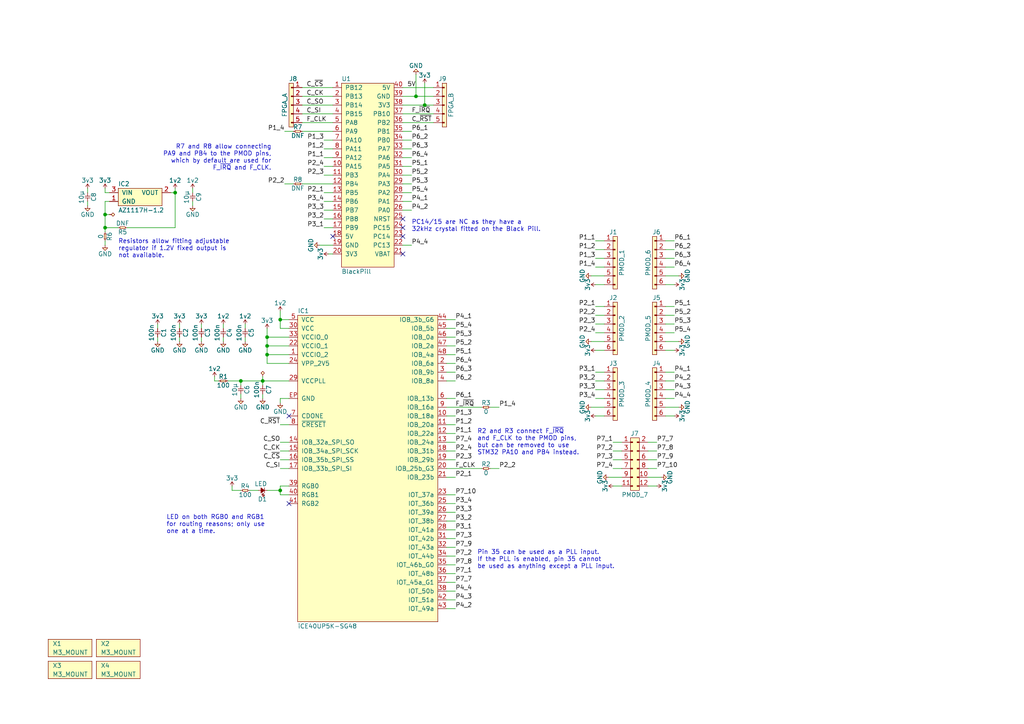
<source format=kicad_sch>
(kicad_sch (version 20230121) (generator eeschema)
  (paper "A4")
  (title_block (title "iCE Pill") (date "2020-11-07") (rev "1") (comment 1 "Drawn by: AG") (comment 2 "License: CC0"))
  (lib_symbols
    (symbol "blackpill:BlackPill" (pin_names (offset 1.016))
      (property "Reference" "IC" (at -7.62 27.94 0))
      (property "Value" "BlackPill" (at -7.62 -27.94 0))
      (symbol "BlackPill_0_0"
        (pin bidirectional line (at -10.16 25.4 0) (length 2.54) (name "PB12") (number "1"))
        (pin bidirectional line (at -10.16 2.54 0) (length 2.54) (name "PA15") (number "10"))
        (pin bidirectional line (at -10.16 0 0) (length 2.54) (name "PB3") (number "11"))
        (pin bidirectional line (at -10.16 -2.54 0) (length 2.54) (name "PB4") (number "12"))
        (pin bidirectional line (at -10.16 -5.08 0) (length 2.54) (name "PB5") (number "13"))
        (pin bidirectional line (at -10.16 -7.62 0) (length 2.54) (name "PB6") (number "14"))
        (pin bidirectional line (at -10.16 -10.16 0) (length 2.54) (name "PB7") (number "15"))
        (pin bidirectional line (at -10.16 -12.7 0) (length 2.54) (name "PB8") (number "16"))
        (pin bidirectional line (at -10.16 -15.24 0) (length 2.54) (name "PB9") (number "17"))
        (pin passive line (at -10.16 -17.78 0) (length 2.54) (name "5V") (number "18"))
        (pin passive line (at -10.16 -20.32 0) (length 2.54) (name "GND") (number "19"))
        (pin bidirectional line (at -10.16 22.86 0) (length 2.54) (name "PB13") (number "2"))
        (pin passive line (at -10.16 -22.86 0) (length 2.54) (name "3V3") (number "20"))
        (pin power_in line (at 10.16 -22.86 180) (length 2.54) (name "VBAT") (number "21"))
        (pin bidirectional line (at 10.16 -20.32 180) (length 2.54) (name "PC13") (number "22"))
        (pin bidirectional line (at 10.16 -17.78 180) (length 2.54) (name "PC14") (number "23"))
        (pin bidirectional line (at 10.16 -15.24 180) (length 2.54) (name "PC15") (number "24"))
        (pin input line (at 10.16 -12.7 180) (length 2.54) (name "NRST") (number "25"))
        (pin bidirectional line (at 10.16 -10.16 180) (length 2.54) (name "PA0") (number "26"))
        (pin bidirectional line (at 10.16 -7.62 180) (length 2.54) (name "PA1") (number "27"))
        (pin bidirectional line (at 10.16 -5.08 180) (length 2.54) (name "PA2") (number "28"))
        (pin bidirectional line (at 10.16 -2.54 180) (length 2.54) (name "PA3") (number "29"))
        (pin bidirectional line (at -10.16 20.32 0) (length 2.54) (name "PB14") (number "3"))
        (pin bidirectional line (at 10.16 0 180) (length 2.54) (name "PA4") (number "30"))
        (pin bidirectional line (at 10.16 2.54 180) (length 2.54) (name "PA5") (number "31"))
        (pin bidirectional line (at 10.16 5.08 180) (length 2.54) (name "PA6") (number "32"))
        (pin bidirectional line (at 10.16 7.62 180) (length 2.54) (name "PA7") (number "33"))
        (pin bidirectional line (at 10.16 10.16 180) (length 2.54) (name "PB0") (number "34"))
        (pin bidirectional line (at 10.16 12.7 180) (length 2.54) (name "PB1") (number "35"))
        (pin bidirectional line (at 10.16 15.24 180) (length 2.54) (name "PB2") (number "36"))
        (pin bidirectional line (at 10.16 17.78 180) (length 2.54) (name "PB10") (number "37"))
        (pin power_out line (at 10.16 20.32 180) (length 2.54) (name "3V3") (number "38"))
        (pin power_out line (at 10.16 22.86 180) (length 2.54) (name "GND") (number "39"))
        (pin bidirectional line (at -10.16 17.78 0) (length 2.54) (name "PB15") (number "4"))
        (pin passive line (at 10.16 25.4 180) (length 2.54) (name "5V") (number "40"))
        (pin bidirectional line (at -10.16 15.24 0) (length 2.54) (name "PA8") (number "5"))
        (pin bidirectional line (at -10.16 12.7 0) (length 2.54) (name "PA9") (number "6"))
        (pin bidirectional line (at -10.16 10.16 0) (length 2.54) (name "PA10") (number "7"))
        (pin bidirectional line (at -10.16 7.62 0) (length 2.54) (name "PA11") (number "8"))
        (pin bidirectional line (at -10.16 5.08 0) (length 2.54) (name "PA12") (number "9"))
      )
      (symbol "BlackPill_0_1"
        (rectangle (start -7.62 26.67) (end 7.62 -26.67) (fill (type background)))
      )
    )
    (symbol "c:C" (pin_numbers hide) (pin_names (offset 1.016) hide)
      (property "Reference" "C" (at 1.27 1.778 0))
      (property "Value" "C" (at 1.27 -1.778 0))
      (symbol "C_0_1"
        (polyline (pts (xy 1.016 0.762) (xy 1.016 -0.762)))
        (polyline (pts (xy 1.524 0.762) (xy 1.524 -0.762)))
      )
      (symbol "C_1_1"
        (pin passive line (at 0 0 0) (length 1.016) (name "~") (number "1"))
        (pin passive line (at 2.54 0 180) (length 1.016) (name "~") (number "2"))
      )
    )
    (symbol "conn:CONN_01x05" (pin_names (offset 0.0254) hide)
      (property "Reference" "J" (at -1.27 2.54 0))
      (property "Value" "CONN_01x05" (at -1.27 -12.7 0))
      (symbol "CONN_01x05_0_1"
        (rectangle (start 0 -10.033) (end -0.635 -10.287) (fill (type outline)))
        (rectangle (start 0 -7.493) (end -0.635 -7.747) (fill (type outline)))
        (rectangle (start 0 -4.953) (end -0.635 -5.207) (fill (type outline)))
        (rectangle (start 0 -2.413) (end -0.635 -2.667) (fill (type outline)))
        (rectangle (start 0 0.127) (end -0.635 -0.127) (fill (type outline)))
        (rectangle (start 0 1.27) (end -1.27 -11.43) (fill (type background)))
      )
      (symbol "CONN_01x05_1_1"
        (pin passive line (at 2.54 0 180) (length 2.54) (name "1") (number "1"))
        (pin passive line (at 2.54 -2.54 180) (length 2.54) (name "2") (number "2"))
        (pin passive line (at 2.54 -5.08 180) (length 2.54) (name "3") (number "3"))
        (pin passive line (at 2.54 -7.62 180) (length 2.54) (name "4") (number "4"))
        (pin passive line (at 2.54 -10.16 180) (length 2.54) (name "5") (number "5"))
      )
    )
    (symbol "conn:CONN_01x06" (pin_names (offset 0.0254) hide)
      (property "Reference" "J" (at -1.27 2.54 0))
      (property "Value" "CONN_01x06" (at -1.27 -15.24 0))
      (symbol "CONN_01x06_0_1"
        (rectangle (start 0 -12.573) (end -0.635 -12.827) (fill (type outline)))
        (rectangle (start 0 -10.033) (end -0.635 -10.287) (fill (type outline)))
        (rectangle (start 0 -7.493) (end -0.635 -7.747) (fill (type outline)))
        (rectangle (start 0 -4.953) (end -0.635 -5.207) (fill (type outline)))
        (rectangle (start 0 -2.413) (end -0.635 -2.667) (fill (type outline)))
        (rectangle (start 0 0.127) (end -0.635 -0.127) (fill (type outline)))
        (rectangle (start 0 1.27) (end -1.27 -13.97) (fill (type background)))
      )
      (symbol "CONN_01x06_1_1"
        (pin passive line (at 2.54 0 180) (length 2.54) (name "1") (number "1"))
        (pin passive line (at 2.54 -2.54 180) (length 2.54) (name "2") (number "2"))
        (pin passive line (at 2.54 -5.08 180) (length 2.54) (name "3") (number "3"))
        (pin passive line (at 2.54 -7.62 180) (length 2.54) (name "4") (number "4"))
        (pin passive line (at 2.54 -10.16 180) (length 2.54) (name "5") (number "5"))
        (pin passive line (at 2.54 -12.7 180) (length 2.54) (name "6") (number "6"))
      )
    )
    (symbol "conn:CONN_02x06" (pin_names (offset 0.0254) hide)
      (property "Reference" "J" (at -2.54 2.54 0))
      (property "Value" "CONN_02x06" (at -2.54 -15.24 0))
      (symbol "CONN_02x06_0_1"
        (rectangle (start -2.54 -12.573) (end -1.905 -12.827) (fill (type outline)))
        (rectangle (start -2.54 -10.033) (end -1.905 -10.287) (fill (type outline)))
        (rectangle (start -2.54 -7.493) (end -1.905 -7.747) (fill (type outline)))
        (rectangle (start -2.54 -4.953) (end -1.905 -5.207) (fill (type outline)))
        (rectangle (start -2.54 -2.413) (end -1.905 -2.667) (fill (type outline)))
        (rectangle (start -2.54 0.127) (end -1.905 -0.127) (fill (type outline)))
        (rectangle (start 0 -12.573) (end -0.635 -12.827) (fill (type outline)))
        (rectangle (start 0 -10.033) (end -0.635 -10.287) (fill (type outline)))
        (rectangle (start 0 -7.493) (end -0.635 -7.747) (fill (type outline)))
        (rectangle (start 0 -4.953) (end -0.635 -5.207) (fill (type outline)))
        (rectangle (start 0 -2.413) (end -0.635 -2.667) (fill (type outline)))
        (rectangle (start 0 0.127) (end -0.635 -0.127) (fill (type outline)))
        (rectangle (start 0 1.27) (end -2.54 -13.97) (fill (type background)))
      )
      (symbol "CONN_02x06_1_1"
        (pin passive line (at -5.08 0 0) (length 2.54) (name "1") (number "1"))
        (pin passive line (at 2.54 -10.16 180) (length 2.54) (name "10") (number "10"))
        (pin passive line (at -5.08 -12.7 0) (length 2.54) (name "11") (number "11"))
        (pin passive line (at 2.54 -12.7 180) (length 2.54) (name "12") (number "12"))
        (pin passive line (at 2.54 0 180) (length 2.54) (name "2") (number "2"))
        (pin passive line (at -5.08 -2.54 0) (length 2.54) (name "3") (number "3"))
        (pin passive line (at 2.54 -2.54 180) (length 2.54) (name "4") (number "4"))
        (pin passive line (at -5.08 -5.08 0) (length 2.54) (name "5") (number "5"))
        (pin passive line (at 2.54 -5.08 180) (length 2.54) (name "6") (number "6"))
        (pin passive line (at -5.08 -7.62 0) (length 2.54) (name "7") (number "7"))
        (pin passive line (at 2.54 -7.62 180) (length 2.54) (name "8") (number "8"))
        (pin passive line (at -5.08 -10.16 0) (length 2.54) (name "9") (number "9"))
      )
    )
    (symbol "ice40up5k-sg48:iCE40UP5K-SG48" (pin_names (offset 1.016))
      (property "Reference" "IC" (at -20.32 45.72 0))
      (property "Value" "iCE40UP5K-SG48" (at -20.32 -45.72 0))
      (symbol "iCE40UP5K-SG48_0_0"
        (pin power_in line (at -22.86 33.02 0) (length 2.54) (name "VCCIO_2") (number "1"))
        (pin bidirectional line (at 22.86 15.24 180) (length 2.54) (name "IOB_18a") (number "10"))
        (pin bidirectional line (at 22.86 12.7 180) (length 2.54) (name "IOB_20a") (number "11"))
        (pin bidirectional line (at 22.86 10.16 180) (length 2.54) (name "IOB_22a") (number "12"))
        (pin bidirectional line (at 22.86 7.62 180) (length 2.54) (name "IOB_24a") (number "13"))
        (pin bidirectional line (at -22.86 7.62 0) (length 2.54) (name "IOB_32a_SPI_SO") (number "14"))
        (pin bidirectional line (at -22.86 5.08 0) (length 2.54) (name "IOB_34a_SPI_SCK") (number "15"))
        (pin bidirectional line (at -22.86 2.54 0) (length 2.54) (name "IOB_35b_SPI_SS") (number "16"))
        (pin bidirectional line (at -22.86 0 0) (length 2.54) (name "IOB_33b_SPI_SI") (number "17"))
        (pin bidirectional line (at 22.86 5.08 180) (length 2.54) (name "IOB_31b") (number "18"))
        (pin bidirectional line (at 22.86 2.54 180) (length 2.54) (name "IOB_29b") (number "19"))
        (pin bidirectional line (at 22.86 30.48 180) (length 2.54) (name "IOB_6a") (number "2"))
        (pin bidirectional line (at 22.86 0 180) (length 2.54) (name "IOB_25b_G3") (number "20"))
        (pin bidirectional line (at 22.86 -2.54 180) (length 2.54) (name "IOB_23b") (number "21"))
        (pin power_in line (at -22.86 35.56 0) (length 2.54) (name "VCCIO_1") (number "22"))
        (pin bidirectional line (at 22.86 -7.62 180) (length 2.54) (name "IOT_37a") (number "23"))
        (pin power_in line (at -22.86 30.48 0) (length 2.54) (name "VPP_2V5") (number "24"))
        (pin bidirectional line (at 22.86 -10.16 180) (length 2.54) (name "IOT_36b") (number "25"))
        (pin bidirectional line (at 22.86 -12.7 180) (length 2.54) (name "IOT_39a") (number "26"))
        (pin bidirectional line (at 22.86 -15.24 180) (length 2.54) (name "IOT_38b") (number "27"))
        (pin bidirectional line (at 22.86 -17.78 180) (length 2.54) (name "IOT_41a") (number "28"))
        (pin power_in line (at -22.86 25.4 0) (length 2.54) (name "VCCPLL") (number "29"))
        (pin bidirectional line (at 22.86 27.94 180) (length 2.54) (name "IOB_9b") (number "3"))
        (pin power_in line (at -22.86 40.64 0) (length 2.54) (name "VCC") (number "30"))
        (pin bidirectional line (at 22.86 -20.32 180) (length 2.54) (name "IOT_42b") (number "31"))
        (pin bidirectional line (at 22.86 -22.86 180) (length 2.54) (name "IOT_43a") (number "32"))
        (pin power_in line (at -22.86 38.1 0) (length 2.54) (name "VCCIO_0") (number "33"))
        (pin bidirectional line (at 22.86 -25.4 180) (length 2.54) (name "IOT_44b") (number "34"))
        (pin bidirectional line (at 22.86 -27.94 180) (length 2.54) (name "IOT_46b_G0") (number "35"))
        (pin bidirectional line (at 22.86 -30.48 180) (length 2.54) (name "IOT_48b") (number "36"))
        (pin bidirectional line (at 22.86 -33.02 180) (length 2.54) (name "IOT_45a_G1") (number "37"))
        (pin bidirectional line (at 22.86 -35.56 180) (length 2.54) (name "IOT_50b") (number "38"))
        (pin bidirectional line (at -22.86 -5.08 0) (length 2.54) (name "RGB0") (number "39"))
        (pin bidirectional line (at 22.86 25.4 180) (length 2.54) (name "IOB_8a") (number "4"))
        (pin bidirectional line (at -22.86 -7.62 0) (length 2.54) (name "RGB1") (number "40"))
        (pin bidirectional line (at -22.86 -10.16 0) (length 2.54) (name "RGB2") (number "41"))
        (pin bidirectional line (at 22.86 -38.1 180) (length 2.54) (name "IOT_51a") (number "42"))
        (pin bidirectional line (at 22.86 -40.64 180) (length 2.54) (name "IOT_49a") (number "43"))
        (pin bidirectional line (at 22.86 43.18 180) (length 2.54) (name "IOB_3b_G6") (number "44"))
        (pin bidirectional line (at 22.86 40.64 180) (length 2.54) (name "IOB_5b") (number "45"))
        (pin bidirectional line (at 22.86 38.1 180) (length 2.54) (name "IOB_0a") (number "46"))
        (pin bidirectional line (at 22.86 35.56 180) (length 2.54) (name "IOB_2a") (number "47"))
        (pin bidirectional line (at 22.86 33.02 180) (length 2.54) (name "IOB_4a") (number "48"))
        (pin power_in line (at -22.86 43.18 0) (length 2.54) (name "VCC") (number "5"))
        (pin bidirectional line (at 22.86 20.32 180) (length 2.54) (name "IOB_13b") (number "6"))
        (pin output line (at -22.86 15.24 0) (length 2.54) (name "CDONE") (number "7"))
        (pin input line (at -22.86 12.7 0) (length 2.54) (name "~{CRESET}") (number "8"))
        (pin bidirectional line (at 22.86 17.78 180) (length 2.54) (name "IOB_16a") (number "9"))
        (pin power_in line (at -22.86 20.32 0) (length 2.54) (name "GND") (number "EP"))
      )
      (symbol "iCE40UP5K-SG48_0_1"
        (rectangle (start -20.32 44.45) (end 20.32 -44.45) (fill (type background)))
      )
    )
    (symbol "led:LED" (pin_numbers hide) (pin_names (offset 1.016) hide)
      (property "Reference" "D" (at 0 2.54 0))
      (property "Value" "LED" (at 0 -1.905 0))
      (symbol "LED_0_1"
        (polyline (pts (xy 0.762 0.762) (xy 0.762 -0.762)))
        (polyline (pts (xy 0.762 0) (xy 1.778 0.762) (xy 1.778 -0.762) (xy 0.762 0)) (fill (type outline)))
        (polyline (pts (xy 1.524 1.016) (xy 1.27 1.27) (xy 1.524 1.27) (xy 1.016 1.778) (xy 1.016 1.524) (xy 1.27 1.778) (xy 1.016 1.778)))
        (polyline (pts (xy 1.27 0.762) (xy 1.016 1.016) (xy 1.27 1.016) (xy 1.016 1.27) (xy 0.762 1.524) (xy 0.762 1.27) (xy 1.016 1.524) (xy 0.762 1.524)))
      )
      (symbol "LED_1_1"
        (pin passive line (at 0 0 0) (length 0.762) (name "~") (number "1"))
        (pin passive line (at 2.54 0 180) (length 0.762) (name "~") (number "2"))
      )
    )
    (symbol "mcp1700:MCP1700" (pin_names (offset 1.016))
      (property "Reference" "IC" (at -5.08 2.54 0))
      (property "Value" "MCP1700" (at -5.08 -5.08 0))
      (symbol "MCP1700_0_1"
        (rectangle (start -5.08 1.27) (end 7.62 -3.81) (fill (type background)))
      )
      (symbol "MCP1700_1_1"
        (pin power_in line (at -7.62 -2.54 0) (length 2.54) (name "GND") (number "1"))
        (pin power_out line (at 10.16 0 180) (length 2.54) (name "VOUT") (number "2"))
        (pin power_in line (at -7.62 0 0) (length 2.54) (name "VIN") (number "3"))
      )
    )
    (symbol "part:PART" (pin_names (offset 1.016))
      (property "Reference" "X" (at 1.27 2.54 0))
      (property "Value" "PART" (at 1.27 0 0))
      (symbol "PART_0_1"
        (rectangle (start 0 3.81) (end 12.7 -1.27) (fill (type background)))
      )
    )
    (symbol "power:1v2" (power) (pin_numbers hide) (pin_names (offset 1.016) hide)
      (property "Value" "1v2" (at 0 2.286 0))
      (symbol "1v2_0_1"
        (polyline (pts (xy 0 1.27) (xy 0.508 0.508)))
        (polyline (pts (xy 0 0) (xy 0 1.27) (xy -0.508 0.508)))
      )
      (symbol "1v2_1_1"
        (pin power_in line (at 0 0 180) (length 0) hide (name "1v2") (number "1"))
      )
    )
    (symbol "power:3v3" (power) (pin_numbers hide) (pin_names (offset 1.016) hide)
      (property "Value" "3v3" (at 0 2.286 0))
      (symbol "3v3_0_1"
        (polyline (pts (xy 0 1.27) (xy 0.508 0.508)))
        (polyline (pts (xy 0 0) (xy 0 1.27) (xy -0.508 0.508)))
      )
      (symbol "3v3_1_1"
        (pin power_in line (at 0 0 180) (length 0) hide (name "3v3") (number "1"))
      )
    )
    (symbol "power:GND" (power) (pin_numbers hide) (pin_names (offset 1.016) hide)
      (property "Value" "GND" (at 0 -2.54 0))
      (symbol "GND_0_1"
        (polyline (pts (xy 0 0) (xy 0 -0.762)))
        (polyline (pts (xy -0.762 -0.762) (xy 0.762 -0.762) (xy 0 -1.524) (xy -0.762 -0.762)) (fill (type background)))
      )
      (symbol "GND_1_1"
        (pin power_in line (at 0 0 180) (length 0) hide (name "GND") (number "1"))
      )
    )
    (symbol "pwr:PWR" (power) (pin_numbers hide) (pin_names (offset 1.016) hide)
      (property "Value" "PWR" (at 0 2.286 0))
      (symbol "PWR_0_1"
        (polyline (pts (xy 0 0.508) (xy -0.508 1.016) (xy 0 1.524) (xy 0.508 1.016) (xy 0 0.508)) (fill (type background)))
      )
      (symbol "PWR_1_1"
        (pin power_out line (at 0 0 90) (length 0.508) (name "pwr") (number "1"))
      )
    )
    (symbol "r:R" (pin_numbers hide) (pin_names (offset 1.016) hide)
      (property "Reference" "R" (at 1.27 1.27 0))
      (property "Value" "R" (at 1.27 -1.27 0))
      (symbol "R_0_1"
        (rectangle (start 0.508 0.254) (end 2.032 -0.254) (fill (type background)))
      )
      (symbol "R_1_1"
        (pin passive line (at 0 0 0) (length 0.508) (name "~") (number "1"))
        (pin passive line (at 2.54 0 180) (length 0.508) (name "~") (number "2"))
      )
    )
  )
  (junction (at 81.28 142.24))
  (junction (at 123.19 30.48))
  (junction (at 120.65 27.94))
  (junction (at 77.47 97.79))
  (junction (at 81.28 92.71))
  (junction (at 69.85 110.49))
  (junction (at 50.8 55.88))
  (junction (at 77.47 102.87))
  (junction (at 76.2 110.49))
  (junction (at 30.48 62.23))
  (junction (at 77.47 100.33))
  (junction (at 30.48 66.04))
  (no_connect (at 116.84 68.58))
  (no_connect (at 96.52 68.58))
  (no_connect (at 116.84 73.66))
  (no_connect (at 116.84 66.04))
  (no_connect (at 83.82 120.65))
  (no_connect (at 83.82 146.05))
  (no_connect (at 116.84 63.5))
  (wire (pts (xy 195.58 91.44) (xy 193.04 91.44)))
  (wire (pts (xy 132.08 173.99) (xy 129.54 173.99)))
  (wire (pts (xy 129.54 100.33) (xy 132.08 100.33)))
  (wire (pts (xy 193.04 74.93) (xy 195.58 74.93)))
  (wire (pts (xy 76.2 115.57) (xy 76.2 114.3)))
  (wire (pts (xy 58.42 99.06) (xy 58.42 97.79)))
  (wire (pts (xy 93.98 43.18) (xy 96.52 43.18)))
  (wire (pts (xy 95.25 73.66) (xy 96.52 73.66)))
  (wire (pts (xy 62.23 109.22) (xy 62.23 110.49)))
  (wire (pts (xy 132.08 161.29) (xy 129.54 161.29)))
  (wire (pts (xy 50.8 66.04) (xy 50.8 55.88)))
  (wire (pts (xy 30.48 62.23) (xy 30.48 66.04)))
  (wire (pts (xy 116.84 60.96) (xy 119.38 60.96)))
  (wire (pts (xy 87.63 30.48) (xy 96.52 30.48)))
  (wire (pts (xy 129.54 151.13) (xy 132.08 151.13)))
  (wire (pts (xy 83.82 133.35) (xy 81.28 133.35)))
  (wire (pts (xy 83.82 140.97) (xy 81.28 140.97)))
  (wire (pts (xy 187.96 130.81) (xy 190.5 130.81)))
  (wire (pts (xy 30.48 58.42) (xy 30.48 62.23)))
  (wire (pts (xy 129.54 133.35) (xy 132.08 133.35)))
  (wire (pts (xy 191.77 138.43) (xy 187.96 138.43)))
  (wire (pts (xy 116.84 40.64) (xy 119.38 40.64)))
  (wire (pts (xy 132.08 158.75) (xy 129.54 158.75)))
  (wire (pts (xy 196.85 99.06) (xy 193.04 99.06)))
  (wire (pts (xy 187.96 133.35) (xy 190.5 133.35)))
  (wire (pts (xy 132.08 128.27) (xy 129.54 128.27)))
  (wire (pts (xy 177.8 133.35) (xy 180.34 133.35)))
  (wire (pts (xy 83.82 100.33) (xy 77.47 100.33)))
  (wire (pts (xy 175.26 93.98) (xy 172.72 93.98)))
  (wire (pts (xy 116.84 53.34) (xy 119.38 53.34)))
  (wire (pts (xy 77.47 97.79) (xy 77.47 100.33)))
  (wire (pts (xy 77.47 95.25) (xy 77.47 97.79)))
  (wire (pts (xy 195.58 110.49) (xy 193.04 110.49)))
  (wire (pts (xy 129.54 118.11) (xy 139.7 118.11)))
  (wire (pts (xy 116.84 38.1) (xy 119.38 38.1)))
  (wire (pts (xy 30.48 71.12) (xy 30.48 69.85)))
  (wire (pts (xy 49.53 55.88) (xy 50.8 55.88)))
  (wire (pts (xy 193.04 77.47) (xy 195.58 77.47)))
  (wire (pts (xy 81.28 123.19) (xy 83.82 123.19)))
  (wire (pts (xy 116.84 45.72) (xy 119.38 45.72)))
  (wire (pts (xy 193.04 93.98) (xy 195.58 93.98)))
  (wire (pts (xy 129.54 102.87) (xy 132.08 102.87)))
  (wire (pts (xy 67.31 142.24) (xy 69.85 142.24)))
  (wire (pts (xy 93.98 60.96) (xy 96.52 60.96)))
  (wire (pts (xy 55.88 58.42) (xy 55.88 59.69)))
  (wire (pts (xy 132.08 168.91) (xy 129.54 168.91)))
  (wire (pts (xy 193.04 107.95) (xy 195.58 107.95)))
  (wire (pts (xy 129.54 95.25) (xy 132.08 95.25)))
  (wire (pts (xy 193.04 115.57) (xy 195.58 115.57)))
  (wire (pts (xy 52.07 97.79) (xy 52.07 99.06)))
  (wire (pts (xy 83.82 135.89) (xy 81.28 135.89)))
  (wire (pts (xy 123.19 24.13) (xy 123.19 30.48)))
  (wire (pts (xy 45.72 99.06) (xy 45.72 97.79)))
  (wire (pts (xy 132.08 120.65) (xy 129.54 120.65)))
  (wire (pts (xy 71.12 93.98) (xy 71.12 95.25)))
  (wire (pts (xy 77.47 100.33) (xy 77.47 102.87)))
  (wire (pts (xy 176.53 138.43) (xy 180.34 138.43)))
  (wire (pts (xy 82.55 53.34) (xy 85.09 53.34)))
  (wire (pts (xy 190.5 140.97) (xy 187.96 140.97)))
  (wire (pts (xy 195.58 120.65) (xy 193.04 120.65)))
  (wire (pts (xy 129.54 107.95) (xy 132.08 107.95)))
  (wire (pts (xy 172.72 82.55) (xy 175.26 82.55)))
  (wire (pts (xy 116.84 33.02) (xy 125.73 33.02)))
  (wire (pts (xy 66.04 110.49) (xy 69.85 110.49)))
  (wire (pts (xy 171.45 80.01) (xy 175.26 80.01)))
  (wire (pts (xy 93.98 55.88) (xy 96.52 55.88)))
  (wire (pts (xy 81.28 143.51) (xy 83.82 143.51)))
  (wire (pts (xy 116.84 25.4) (xy 125.73 25.4)))
  (wire (pts (xy 36.83 66.04) (xy 50.8 66.04)))
  (wire (pts (xy 81.28 116.84) (xy 81.28 115.57)))
  (wire (pts (xy 132.08 166.37) (xy 129.54 166.37)))
  (wire (pts (xy 81.28 142.24) (xy 81.28 143.51)))
  (wire (pts (xy 93.98 40.64) (xy 96.52 40.64)))
  (wire (pts (xy 116.84 50.8) (xy 119.38 50.8)))
  (wire (pts (xy 129.54 110.49) (xy 132.08 110.49)))
  (wire (pts (xy 81.28 90.17) (xy 81.28 92.71)))
  (wire (pts (xy 193.04 88.9) (xy 195.58 88.9)))
  (wire (pts (xy 187.96 128.27) (xy 190.5 128.27)))
  (wire (pts (xy 77.47 142.24) (xy 81.28 142.24)))
  (wire (pts (xy 83.82 128.27) (xy 81.28 128.27)))
  (wire (pts (xy 132.08 92.71) (xy 129.54 92.71)))
  (wire (pts (xy 129.54 125.73) (xy 132.08 125.73)))
  (wire (pts (xy 119.38 71.12) (xy 116.84 71.12)))
  (wire (pts (xy 129.54 115.57) (xy 132.08 115.57)))
  (wire (pts (xy 175.26 69.85) (xy 172.72 69.85)))
  (wire (pts (xy 83.82 130.81) (xy 81.28 130.81)))
  (wire (pts (xy 172.72 120.65) (xy 175.26 120.65)))
  (wire (pts (xy 172.72 72.39) (xy 175.26 72.39)))
  (wire (pts (xy 69.85 111.76) (xy 69.85 110.49)))
  (wire (pts (xy 50.8 55.88) (xy 50.8 54.61)))
  (wire (pts (xy 30.48 58.42) (xy 31.75 58.42)))
  (wire (pts (xy 83.82 102.87) (xy 77.47 102.87)))
  (wire (pts (xy 71.12 99.06) (xy 71.12 97.79)))
  (wire (pts (xy 175.26 107.95) (xy 172.72 107.95)))
  (wire (pts (xy 116.84 43.18) (xy 119.38 43.18)))
  (wire (pts (xy 175.26 96.52) (xy 172.72 96.52)))
  (wire (pts (xy 172.72 101.6) (xy 175.26 101.6)))
  (wire (pts (xy 77.47 102.87) (xy 77.47 105.41)))
  (wire (pts (xy 196.85 118.11) (xy 193.04 118.11)))
  (wire (pts (xy 87.63 33.02) (xy 96.52 33.02)))
  (wire (pts (xy 31.75 62.23) (xy 30.48 62.23)))
  (wire (pts (xy 116.84 35.56) (xy 125.73 35.56)))
  (wire (pts (xy 132.08 163.83) (xy 129.54 163.83)))
  (wire (pts (xy 64.77 93.98) (xy 64.77 95.25)))
  (wire (pts (xy 77.47 105.41) (xy 83.82 105.41)))
  (wire (pts (xy 129.54 123.19) (xy 132.08 123.19)))
  (wire (pts (xy 129.54 148.59) (xy 132.08 148.59)))
  (wire (pts (xy 120.65 27.94) (xy 125.73 27.94)))
  (wire (pts (xy 175.26 115.57) (xy 172.72 115.57)))
  (wire (pts (xy 93.98 58.42) (xy 96.52 58.42)))
  (wire (pts (xy 62.23 110.49) (xy 63.5 110.49)))
  (wire (pts (xy 175.26 77.47) (xy 172.72 77.47)))
  (wire (pts (xy 58.42 93.98) (xy 58.42 95.25)))
  (wire (pts (xy 93.98 63.5) (xy 96.52 63.5)))
  (wire (pts (xy 55.88 55.88) (xy 55.88 54.61)))
  (wire (pts (xy 30.48 66.04) (xy 30.48 67.31)))
  (wire (pts (xy 67.31 140.97) (xy 67.31 142.24)))
  (wire (pts (xy 187.96 135.89) (xy 190.5 135.89)))
  (wire (pts (xy 196.85 80.01) (xy 193.04 80.01)))
  (wire (pts (xy 195.58 72.39) (xy 193.04 72.39)))
  (wire (pts (xy 193.04 69.85) (xy 195.58 69.85)))
  (wire (pts (xy 82.55 38.1) (xy 85.09 38.1)))
  (wire (pts (xy 45.72 95.25) (xy 45.72 93.98)))
  (wire (pts (xy 81.28 115.57) (xy 83.82 115.57)))
  (wire (pts (xy 129.54 130.81) (xy 132.08 130.81)))
  (wire (pts (xy 93.98 66.04) (xy 96.52 66.04)))
  (wire (pts (xy 69.85 110.49) (xy 76.2 110.49)))
  (wire (pts (xy 175.26 88.9) (xy 172.72 88.9)))
  (wire (pts (xy 175.26 74.93) (xy 172.72 74.93)))
  (wire (pts (xy 172.72 110.49) (xy 175.26 110.49)))
  (wire (pts (xy 116.84 27.94) (xy 120.65 27.94)))
  (wire (pts (xy 72.39 142.24) (xy 74.93 142.24)))
  (wire (pts (xy 195.58 101.6) (xy 193.04 101.6)))
  (wire (pts (xy 171.45 118.11) (xy 175.26 118.11)))
  (wire (pts (xy 193.04 113.03) (xy 195.58 113.03)))
  (wire (pts (xy 195.58 82.55) (xy 193.04 82.55)))
  (wire (pts (xy 93.98 45.72) (xy 96.52 45.72)))
  (wire (pts (xy 120.65 21.59) (xy 120.65 27.94)))
  (wire (pts (xy 193.04 96.52) (xy 195.58 96.52)))
  (wire (pts (xy 76.2 111.76) (xy 76.2 110.49)))
  (wire (pts (xy 34.29 66.04) (xy 30.48 66.04)))
  (wire (pts (xy 144.78 135.89) (xy 142.24 135.89)))
  (wire (pts (xy 116.84 30.48) (xy 123.19 30.48)))
  (wire (pts (xy 69.85 115.57) (xy 69.85 114.3)))
  (wire (pts (xy 175.26 113.03) (xy 172.72 113.03)))
  (wire (pts (xy 116.84 55.88) (xy 119.38 55.88)))
  (wire (pts (xy 25.4 59.69) (xy 25.4 58.42)))
  (wire (pts (xy 87.63 35.56) (xy 96.52 35.56)))
  (wire (pts (xy 116.84 48.26) (xy 119.38 48.26)))
  (wire (pts (xy 25.4 54.61) (xy 25.4 55.88)))
  (wire (pts (xy 87.63 38.1) (xy 96.52 38.1)))
  (wire (pts (xy 81.28 140.97) (xy 81.28 142.24)))
  (wire (pts (xy 81.28 92.71) (xy 81.28 95.25)))
  (wire (pts (xy 87.63 25.4) (xy 96.52 25.4)))
  (wire (pts (xy 93.98 50.8) (xy 96.52 50.8)))
  (wire (pts (xy 96.52 71.12) (xy 92.71 71.12)))
  (wire (pts (xy 93.98 48.26) (xy 96.52 48.26)))
  (wire (pts (xy 129.54 153.67) (xy 132.08 153.67)))
  (wire (pts (xy 132.08 156.21) (xy 129.54 156.21)))
  (wire (pts (xy 144.78 118.11) (xy 142.24 118.11)))
  (wire (pts (xy 76.2 109.22) (xy 76.2 110.49)))
  (wire (pts (xy 123.19 30.48) (xy 125.73 30.48)))
  (wire (pts (xy 129.54 135.89) (xy 139.7 135.89)))
  (wire (pts (xy 177.8 128.27) (xy 180.34 128.27)))
  (wire (pts (xy 129.54 146.05) (xy 132.08 146.05)))
  (wire (pts (xy 76.2 110.49) (xy 83.82 110.49)))
  (wire (pts (xy 87.63 53.34) (xy 96.52 53.34)))
  (wire (pts (xy 129.54 97.79) (xy 132.08 97.79)))
  (wire (pts (xy 171.45 99.06) (xy 175.26 99.06)))
  (wire (pts (xy 177.8 140.97) (xy 180.34 140.97)))
  (wire (pts (xy 116.84 58.42) (xy 119.38 58.42)))
  (wire (pts (xy 30.48 54.61) (xy 30.48 55.88)))
  (wire (pts (xy 64.77 97.79) (xy 64.77 99.06)))
  (wire (pts (xy 30.48 55.88) (xy 31.75 55.88)))
  (wire (pts (xy 83.82 97.79) (xy 77.47 97.79)))
  (wire (pts (xy 177.8 130.81) (xy 180.34 130.81)))
  (wire (pts (xy 87.63 27.94) (xy 96.52 27.94)))
  (wire (pts (xy 83.82 92.71) (xy 81.28 92.71)))
  (wire (pts (xy 132.08 176.53) (xy 129.54 176.53)))
  (wire (pts (xy 132.08 143.51) (xy 129.54 143.51)))
  (wire (pts (xy 129.54 138.43) (xy 132.08 138.43)))
  (wire (pts (xy 81.28 95.25) (xy 83.82 95.25)))
  (wire (pts (xy 177.8 135.89) (xy 180.34 135.89)))
  (wire (pts (xy 132.08 171.45) (xy 129.54 171.45)))
  (wire (pts (xy 129.54 105.41) (xy 132.08 105.41)))
  (wire (pts (xy 172.72 91.44) (xy 175.26 91.44)))
  (wire (pts (xy 52.07 93.98) (xy 52.07 95.25)))
  (text "R7 and R8 allow connecting\nPA9 and PB4 to the PMOD pins,\nwhich by default are used for\nF_~{IRQ} and F_CLK." (at 78.74 49.53 0) (effects (font (size 1.27 1.27)) (justify right bottom)))
  (text "R2 and R3 connect F_~{IRQ}\nand F_CLK to the PMOD pins,\nbut can be removed to use\nSTM32 PA10 and PB4 instead." (at 138.43 132.08 0) (effects (font (size 1.27 1.27)) (justify left bottom)))
  (text "Resistors allow fitting adjustable\nregulator if 1.2V fixed output is\nnot available." (at 34.29 74.93 0) (effects (font (size 1.27 1.27)) (justify left bottom)))
  (text "LED on both RGB0 and RGB1\nfor routing reasons; only use\none at a time." (at 48.26 154.94 0) (effects (font (size 1.27 1.27)) (justify left bottom)))
  (text "PC14/15 are NC as they have a\n32kHz crystal fitted on the Black Pill." (at 119.38 67.31 0) (effects (font (size 1.27 1.27)) (justify left bottom)))
  (text "Pin 35 can be used as a PLL input.\nIf the PLL is enabled, pin 35 cannot\nbe used as anything except a PLL input." (at 138.43 165.1 0) (effects (font (size 1.27 1.27)) (justify left bottom)))
  (label "C_SI" (at 81.28 135.89 180))
  (label "P6_1" (at 132.08 115.57 0))
  (label "P5_4" (at 132.08 95.25 0))
  (label "C_~{CS}" (at 88.9 25.4 0))
  (label "P5_2" (at 195.58 91.44 0))
  (label "P1_1" (at 93.98 45.72 180))
  (label "P3_2" (at 93.98 63.5 180))
  (label "P7_9" (at 132.08 158.75 0))
  (label "P3_1" (at 172.72 107.95 180))
  (label "P5_1" (at 195.58 88.9 0))
  (label "P5_3" (at 119.38 53.34 0))
  (label "P6_3" (at 195.58 74.93 0))
  (label "P2_1" (at 132.08 138.43 0))
  (label "P6_1" (at 195.58 69.85 0))
  (label "F_CLK" (at 132.08 135.89 0))
  (label "P5_2" (at 132.08 100.33 0))
  (label "C_CK" (at 88.9 27.94 0))
  (label "P7_1" (at 177.8 128.27 180))
  (label "P6_2" (at 132.08 110.49 0))
  (label "C_~{RST}" (at 81.28 123.19 180))
  (label "P2_2" (at 82.55 53.34 180))
  (label "P1_1" (at 132.08 125.73 0))
  (label "P7_7" (at 132.08 168.91 0))
  (label "P3_1" (at 132.08 153.67 0))
  (label "P3_2" (at 132.08 151.13 0))
  (label "P4_1" (at 132.08 92.71 0))
  (label "P3_3" (at 132.08 148.59 0))
  (label "P2_3" (at 132.08 133.35 0))
  (label "P1_3" (at 132.08 120.65 0))
  (label "P1_4" (at 172.72 77.47 180))
  (label "P5_1" (at 132.08 102.87 0))
  (label "P7_4" (at 132.08 128.27 0))
  (label "P6_4" (at 132.08 105.41 0))
  (label "P2_3" (at 172.72 93.98 180))
  (label "C_SO" (at 88.9 30.48 0))
  (label "P7_8" (at 132.08 163.83 0))
  (label "P4_4" (at 119.38 71.12 0))
  (label "P2_4" (at 172.72 96.52 180))
  (label "P5_4" (at 195.58 96.52 0))
  (label "P4_1" (at 119.38 58.42 0))
  (label "C_SI" (at 88.9 33.02 0))
  (label "F_~{IRQ}" (at 119.38 33.02 0))
  (label "P6_3" (at 119.38 43.18 0))
  (label "P1_4" (at 144.78 118.11 0))
  (label "P5_4" (at 119.38 55.88 0))
  (label "P7_3" (at 132.08 156.21 0))
  (label "P3_4" (at 93.98 58.42 180))
  (label "P4_2" (at 132.08 176.53 0))
  (label "P7_10" (at 132.08 143.51 0))
  (label "P7_2" (at 132.08 161.29 0))
  (label "P6_2" (at 119.38 40.64 0))
  (label "P2_4" (at 132.08 130.81 0))
  (label "P7_9" (at 190.5 133.35 0))
  (label "P6_4" (at 119.38 45.72 0))
  (label "C_SO" (at 81.28 128.27 180))
  (label "F_~{IRQ}" (at 132.08 118.11 0))
  (label "P6_1" (at 119.38 38.1 0))
  (label "P2_1" (at 93.98 55.88 180))
  (label "P4_4" (at 132.08 171.45 0))
  (label "P2_4" (at 93.98 48.26 180))
  (label "P6_2" (at 195.58 72.39 0))
  (label "P4_3" (at 132.08 173.99 0))
  (label "P6_4" (at 195.58 77.47 0))
  (label "P2_1" (at 172.72 88.9 180))
  (label "P5_2" (at 119.38 50.8 0))
  (label "P7_8" (at 190.5 130.81 0))
  (label "P5_3" (at 132.08 97.79 0))
  (label "P1_2" (at 172.72 72.39 180))
  (label "C_CK" (at 81.28 130.81 180))
  (label "P7_2" (at 177.8 130.81 180))
  (label "F_CLK" (at 88.9 35.56 0))
  (label "P1_2" (at 132.08 123.19 0))
  (label "P3_4" (at 132.08 146.05 0))
  (label "P5_3" (at 195.58 93.98 0))
  (label "P1_3" (at 93.98 40.64 180))
  (label "P7_3" (at 177.8 133.35 180))
  (label "P1_2" (at 93.98 43.18 180))
  (label "P1_4" (at 82.55 38.1 180))
  (label "P6_3" (at 132.08 107.95 0))
  (label "P4_2" (at 119.38 60.96 0))
  (label "P3_1" (at 93.98 66.04 180))
  (label "P7_10" (at 190.5 135.89 0))
  (label "P7_4" (at 177.8 135.89 180))
  (label "P4_3" (at 195.58 113.03 0))
  (label "P1_1" (at 172.72 69.85 180))
  (label "P3_3" (at 172.72 113.03 180))
  (label "P5_1" (at 119.38 48.26 0))
  (label "5V" (at 118.11 25.4 0))
  (label "P3_2" (at 172.72 110.49 180))
  (label "P4_4" (at 195.58 115.57 0))
  (label "P1_3" (at 172.72 74.93 180))
  (label "P7_1" (at 132.08 166.37 0))
  (label "P4_2" (at 195.58 110.49 0))
  (label "P7_7" (at 190.5 128.27 0))
  (label "P4_1" (at 195.58 107.95 0))
  (label "P3_4" (at 172.72 115.57 180))
  (label "P3_3" (at 93.98 60.96 180))
  (label "C_~{RST}" (at 119.38 35.56 0))
  (label "P2_2" (at 172.72 91.44 180))
  (label "P2_2" (at 144.78 135.89 0))
  (label "C_~{CS}" (at 81.28 133.35 180))
  (label "P2_3" (at 93.98 50.8 180))
  (symbol (lib_id "blackpill:BlackPill") (at 106.68 50.8 0) (unit 1)
    (property "Reference" "U1" (at 99.06 22.86 0) (effects (justify left)))
    (property "Value" "BlackPill" (at 99.06 78.74 0) (effects (justify left)))
    (property "Footprint" "icepill:BlackPill" (effects hide))
  )
  (symbol (lib_id "ice40up5k-sg48:iCE40UP5K-SG48") (at 106.68 135.89 0) (unit 1)
    (property "Reference" "IC1" (at 86.36 90.17 0) (effects (justify left)))
    (property "Value" "iCE40UP5K-SG48" (at 86.36 181.61 0) (effects (justify left)))
    (property "Footprint" "icepill:Lattice-SG48" (effects hide))
    (property "Datasheet" "http://www.latticesemi.com/view_document?document_id=51968" (effects hide))
    (property "DigiKey" "220-2212-1-ND" (effects hide))
  )
  (symbol (lib_id "conn:CONN_01x05") (at 85.09 25.4 0) (unit 1)
    (property "Reference" "J8" (at 83.82 22.86 0) (effects (justify left)))
    (property "Value" "FPGA_A" (at 82.55 30.48 90))
    (property "Footprint" "icepill:SIL-254P-05" (effects hide))
  )
  (symbol (lib_id "conn:CONN_01x05") (at 128.27 25.4 0) (mirror y) (unit 1)
    (property "Reference" "J9" (at 129.54 22.86 0) (effects (justify left)))
    (property "Value" "FPGA_B" (at 130.81 30.48 90))
    (property "Footprint" "icepill:SIL-254P-05" (effects hide))
  )
  (symbol (lib_id "conn:CONN_02x06") (at 185.42 128.27 0) (unit 1)
    (property "Reference" "J7" (at 182.88 125.73 0) (effects (justify left)))
    (property "Value" "PMOD_7" (at 184.15 143.51 0))
    (property "Footprint" "icepill:DIL-254P-12" (effects hide))
  )
  (symbol (lib_id "part:PART") (at 13.97 195.58 0) (unit 1)
    (property "Reference" "X3" (at 15.24 193.04 0) (effects (justify left)))
    (property "Value" "M3_MOUNT" (at 15.24 195.58 0) (effects (justify left)))
    (property "Footprint" "icepill:M3_MOUNT" (effects hide))
  )
  (symbol (lib_id "part:PART") (at 27.94 195.58 0) (unit 1)
    (property "Reference" "X4" (at 29.21 193.04 0) (effects (justify left)))
    (property "Value" "M3_MOUNT" (at 29.21 195.58 0) (effects (justify left)))
    (property "Footprint" "icepill:M3_MOUNT" (effects hide))
  )
  (symbol (lib_id "part:PART") (at 13.97 189.23 0) (unit 1)
    (property "Reference" "X1" (at 15.24 186.69 0) (effects (justify left)))
    (property "Value" "M3_MOUNT" (at 15.24 189.23 0) (effects (justify left)))
    (property "Footprint" "icepill:M3_MOUNT" (effects hide))
  )
  (symbol (lib_id "part:PART") (at 27.94 189.23 0) (unit 1)
    (property "Reference" "X2" (at 29.21 186.69 0) (effects (justify left)))
    (property "Value" "M3_MOUNT" (at 29.21 189.23 0) (effects (justify left)))
    (property "Footprint" "icepill:M3_MOUNT" (effects hide))
  )
  (symbol (lib_id "power:GND") (at 120.65 21.59 180) (unit 1)
    (property "Reference" "#PWR0101" (effects hide))
    (property "Value" "GND" (at 120.65 19.05 0))
  )
  (symbol (lib_id "power:3v3") (at 123.19 24.13 0) (unit 1)
    (property "Reference" "#PWR0102" (effects hide))
    (property "Value" "3v3" (at 123.19 21.844 0))
  )
  (symbol (lib_id "c:C") (at 58.42 95.25 270) (unit 1)
    (property "Reference" "C3" (at 60.198 96.52 0))
    (property "Value" "100n" (at 56.642 96.52 0))
    (property "Footprint" "icepill:0603" (effects hide))
    (property "Voltage" "10" (effects hide))
  )
  (symbol (lib_id "c:C") (at 64.77 95.25 270) (unit 1)
    (property "Reference" "C4" (at 66.548 96.52 0))
    (property "Value" "100n" (at 62.992 96.52 0))
    (property "Footprint" "icepill:0603" (effects hide))
    (property "Voltage" "10" (effects hide))
  )
  (symbol (lib_id "c:C") (at 71.12 95.25 270) (unit 1)
    (property "Reference" "C5" (at 72.898 96.52 0))
    (property "Value" "100n" (at 69.342 96.52 0))
    (property "Footprint" "icepill:0603" (effects hide))
    (property "Voltage" "10" (effects hide))
  )
  (symbol (lib_id "c:C") (at 52.07 95.25 270) (unit 1)
    (property "Reference" "C2" (at 53.848 96.52 0))
    (property "Value" "100n" (at 50.292 96.52 0))
    (property "Footprint" "icepill:0603" (effects hide))
    (property "Voltage" "10" (effects hide))
  )
  (symbol (lib_id "c:C") (at 45.72 95.25 270) (unit 1)
    (property "Reference" "C1" (at 47.498 96.52 0))
    (property "Value" "100n" (at 43.942 96.52 0))
    (property "Footprint" "icepill:0603" (effects hide))
    (property "Voltage" "10" (effects hide))
  )
  (symbol (lib_id "power:1v2") (at 64.77 93.98 0) (unit 1)
    (property "Reference" "#PWR0103" (effects hide))
    (property "Value" "1v2" (at 64.77 91.694 0))
  )
  (symbol (lib_id "power:1v2") (at 71.12 93.98 0) (unit 1)
    (property "Reference" "#PWR0104" (effects hide))
    (property "Value" "1v2" (at 71.12 91.694 0))
  )
  (symbol (lib_id "power:3v3") (at 58.42 93.98 0) (unit 1)
    (property "Reference" "#PWR0105" (effects hide))
    (property "Value" "3v3" (at 58.42 91.694 0))
  )
  (symbol (lib_id "power:3v3") (at 52.07 93.98 0) (unit 1)
    (property "Reference" "#PWR0106" (effects hide))
    (property "Value" "3v3" (at 52.07 91.694 0))
  )
  (symbol (lib_id "power:3v3") (at 45.72 93.98 0) (unit 1)
    (property "Reference" "#PWR0107" (effects hide))
    (property "Value" "3v3" (at 45.72 91.694 0))
  )
  (symbol (lib_id "power:GND") (at 45.72 99.06 0) (unit 1)
    (property "Reference" "#PWR0108" (effects hide))
    (property "Value" "GND" (at 45.72 101.6 0))
  )
  (symbol (lib_id "power:GND") (at 52.07 99.06 0) (unit 1)
    (property "Reference" "#PWR0109" (effects hide))
    (property "Value" "GND" (at 52.07 101.6 0))
  )
  (symbol (lib_id "power:GND") (at 58.42 99.06 0) (unit 1)
    (property "Reference" "#PWR0110" (effects hide))
    (property "Value" "GND" (at 58.42 101.6 0))
  )
  (symbol (lib_id "power:GND") (at 64.77 99.06 0) (unit 1)
    (property "Reference" "#PWR0111" (effects hide))
    (property "Value" "GND" (at 64.77 101.6 0))
  )
  (symbol (lib_id "power:GND") (at 71.12 99.06 0) (unit 1)
    (property "Reference" "#PWR0112" (effects hide))
    (property "Value" "GND" (at 71.12 101.6 0))
  )
  (symbol (lib_id "power:1v2") (at 81.28 90.17 0) (unit 1)
    (property "Reference" "#PWR0113" (effects hide))
    (property "Value" "1v2" (at 81.28 87.884 0))
  )
  (symbol (lib_id "power:3v3") (at 77.47 95.25 0) (unit 1)
    (property "Reference" "#PWR0114" (effects hide))
    (property "Value" "3v3" (at 77.47 92.964 0))
  )
  (symbol (lib_id "r:R") (at 63.5 110.49 0) (unit 1)
    (property "Reference" "R1" (at 64.77 109.22 0))
    (property "Value" "100" (at 64.77 111.76 0))
    (property "Footprint" "icepill:0603" (effects hide))
  )
  (symbol (lib_id "power:1v2") (at 62.23 109.22 0) (unit 1)
    (property "Reference" "#PWR0115" (effects hide))
    (property "Value" "1v2" (at 62.23 106.934 0))
  )
  (symbol (lib_id "c:C") (at 76.2 111.76 270) (unit 1)
    (property "Reference" "C7" (at 77.978 113.03 0))
    (property "Value" "100n" (at 74.422 113.03 0))
    (property "Footprint" "icepill:0603" (effects hide))
    (property "Voltage" "10" (effects hide))
  )
  (symbol (lib_id "c:C") (at 69.85 111.76 270) (unit 1)
    (property "Reference" "C6" (at 71.628 113.03 0))
    (property "Value" "10µ" (at 68.072 113.03 0))
    (property "Footprint" "icepill:0805" (effects hide))
    (property "Voltage" "10" (effects hide))
  )
  (symbol (lib_id "power:GND") (at 69.85 115.57 0) (unit 1)
    (property "Reference" "#PWR0116" (effects hide))
    (property "Value" "GND" (at 69.85 118.11 0))
  )
  (symbol (lib_id "power:GND") (at 76.2 115.57 0) (unit 1)
    (property "Reference" "#PWR0117" (effects hide))
    (property "Value" "GND" (at 76.2 118.11 0))
  )
  (symbol (lib_id "power:GND") (at 81.28 116.84 0) (unit 1)
    (property "Reference" "#PWR0118" (effects hide))
    (property "Value" "GND" (at 81.28 119.38 0))
  )
  (symbol (lib_id "power:GND") (at 92.71 71.12 270) (unit 1)
    (property "Reference" "#PWR0119" (effects hide))
    (property "Value" "GND" (at 90.17 71.12 0))
  )
  (symbol (lib_id "power:3v3") (at 95.25 73.66 90) (unit 1)
    (property "Reference" "#PWR0120" (effects hide))
    (property "Value" "3v3" (at 92.964 73.66 0))
  )
  (symbol (lib_id "power:GND") (at 191.77 138.43 90) (mirror x) (unit 1)
    (property "Reference" "#PWR0121" (effects hide))
    (property "Value" "GND" (at 194.31 138.43 0))
  )
  (symbol (lib_id "power:3v3") (at 190.5 140.97 270) (mirror x) (unit 1)
    (property "Reference" "#PWR0124" (effects hide))
    (property "Value" "3v3" (at 192.786 140.97 0))
  )
  (symbol (lib_id "power:3v3") (at 172.72 82.55 90) (mirror x) (unit 1)
    (property "Reference" "#PWR0123" (effects hide))
    (property "Value" "3v3" (at 170.434 82.55 0))
  )
  (symbol (lib_id "r:R") (at 85.09 53.34 0) (unit 1)
    (property "Reference" "R8" (at 86.36 52.07 0))
    (property "Value" "DNF" (at 86.36 54.61 0))
    (property "Footprint" "icepill:0603" (effects hide))
  )
  (symbol (lib_id "c:C") (at 25.4 55.88 270) (unit 1)
    (property "Reference" "C8" (at 27.178 57.15 0))
    (property "Value" "10µ" (at 23.622 57.15 0))
    (property "Footprint" "icepill:0805" (effects hide))
    (property "Voltage" "10" (effects hide))
  )
  (symbol (lib_id "c:C") (at 55.88 55.88 270) (unit 1)
    (property "Reference" "C9" (at 57.658 57.15 0))
    (property "Value" "10µ" (at 54.102 57.15 0))
    (property "Footprint" "icepill:0805" (effects hide))
    (property "Voltage" "10" (effects hide))
  )
  (symbol (lib_id "power:3v3") (at 25.4 54.61 0) (unit 1)
    (property "Reference" "#PWR0125" (effects hide))
    (property "Value" "3v3" (at 25.4 52.324 0))
  )
  (symbol (lib_id "power:1v2") (at 55.88 54.61 0) (unit 1)
    (property "Reference" "#PWR0126" (effects hide))
    (property "Value" "1v2" (at 55.88 52.324 0))
  )
  (symbol (lib_id "power:GND") (at 25.4 59.69 0) (unit 1)
    (property "Reference" "#PWR0127" (effects hide))
    (property "Value" "GND" (at 25.4 62.23 0))
  )
  (symbol (lib_id "power:GND") (at 55.88 59.69 0) (unit 1)
    (property "Reference" "#PWR0128" (effects hide))
    (property "Value" "GND" (at 55.88 62.23 0))
  )
  (symbol (lib_id "power:GND") (at 171.45 80.01 270) (mirror x) (unit 1)
    (property "Reference" "#PWR0122" (effects hide))
    (property "Value" "GND" (at 168.91 80.01 0))
  )
  (symbol (lib_id "power:3v3") (at 172.72 101.6 90) (mirror x) (unit 1)
    (property "Reference" "#PWR0130" (effects hide))
    (property "Value" "3v3" (at 170.434 101.6 0))
  )
  (symbol (lib_id "power:GND") (at 171.45 99.06 270) (mirror x) (unit 1)
    (property "Reference" "#PWR0132" (effects hide))
    (property "Value" "GND" (at 168.91 99.06 0))
  )
  (symbol (lib_id "power:3v3") (at 172.72 120.65 90) (mirror x) (unit 1)
    (property "Reference" "#PWR0134" (effects hide))
    (property "Value" "3v3" (at 170.434 120.65 0))
  )
  (symbol (lib_id "power:GND") (at 171.45 118.11 270) (mirror x) (unit 1)
    (property "Reference" "#PWR0136" (effects hide))
    (property "Value" "GND" (at 168.91 118.11 0))
  )
  (symbol (lib_id "power:3v3") (at 195.58 120.65 270) (unit 1)
    (property "Reference" "#PWR0138" (effects hide))
    (property "Value" "3v3" (at 197.866 120.65 0))
  )
  (symbol (lib_id "power:GND") (at 196.85 118.11 90) (unit 1)
    (property "Reference" "#PWR0140" (effects hide))
    (property "Value" "GND" (at 199.39 118.11 0))
  )
  (symbol (lib_id "r:R") (at 85.09 38.1 0) (unit 1)
    (property "Reference" "R7" (at 86.36 36.83 0))
    (property "Value" "DNF" (at 86.36 39.37 0))
    (property "Footprint" "icepill:0603" (effects hide))
  )
  (symbol (lib_id "conn:CONN_01x06") (at 177.8 69.85 0) (mirror y) (unit 1)
    (property "Reference" "J1" (at 179.07 67.31 0) (effects (justify left)))
    (property "Value" "PMOD_1" (at 180.34 76.2 90))
    (property "Footprint" "icepill:SIL-254P-06" (effects hide))
  )
  (symbol (lib_id "power:3v3") (at 177.8 140.97 90) (mirror x) (unit 1)
    (property "Reference" "#PWR0129" (effects hide))
    (property "Value" "3v3" (at 175.514 140.97 0))
  )
  (symbol (lib_id "power:GND") (at 176.53 138.43 270) (mirror x) (unit 1)
    (property "Reference" "#PWR0131" (effects hide))
    (property "Value" "GND" (at 173.99 138.43 0))
  )
  (symbol (lib_id "conn:CONN_01x06") (at 177.8 88.9 0) (mirror y) (unit 1)
    (property "Reference" "J2" (at 179.07 86.36 0) (effects (justify left)))
    (property "Value" "PMOD_2" (at 180.34 95.25 90))
    (property "Footprint" "icepill:SIL-254P-06" (effects hide))
  )
  (symbol (lib_id "conn:CONN_01x06") (at 177.8 107.95 0) (mirror y) (unit 1)
    (property "Reference" "J3" (at 179.07 105.41 0) (effects (justify left)))
    (property "Value" "PMOD_3" (at 180.34 114.3 90))
    (property "Footprint" "icepill:SIL-254P-06" (effects hide))
  )
  (symbol (lib_id "conn:CONN_01x06") (at 190.5 107.95 0) (unit 1)
    (property "Reference" "J4" (at 189.23 105.41 0) (effects (justify left)))
    (property "Value" "PMOD_4" (at 187.96 114.3 90))
    (property "Footprint" "icepill:SIL-254P-06" (effects hide))
  )
  (symbol (lib_id "conn:CONN_01x06") (at 190.5 88.9 0) (unit 1)
    (property "Reference" "J5" (at 189.23 86.36 0) (effects (justify left)))
    (property "Value" "PMOD_5" (at 187.96 95.25 90))
    (property "Footprint" "icepill:SIL-254P-06" (effects hide))
  )
  (symbol (lib_id "power:3v3") (at 195.58 101.6 270) (unit 1)
    (property "Reference" "#PWR0133" (effects hide))
    (property "Value" "3v3" (at 197.866 101.6 0))
  )
  (symbol (lib_id "power:GND") (at 196.85 99.06 90) (unit 1)
    (property "Reference" "#PWR0135" (effects hide))
    (property "Value" "GND" (at 199.39 99.06 0))
  )
  (symbol (lib_id "conn:CONN_01x06") (at 190.5 69.85 0) (unit 1)
    (property "Reference" "J6" (at 189.23 67.31 0) (effects (justify left)))
    (property "Value" "PMOD_6" (at 187.96 76.2 90))
    (property "Footprint" "icepill:SIL-254P-06" (effects hide))
  )
  (symbol (lib_id "power:3v3") (at 195.58 82.55 270) (unit 1)
    (property "Reference" "#PWR0137" (effects hide))
    (property "Value" "3v3" (at 197.866 82.55 0))
  )
  (symbol (lib_id "power:GND") (at 196.85 80.01 90) (unit 1)
    (property "Reference" "#PWR0139" (effects hide))
    (property "Value" "GND" (at 199.39 80.01 0))
  )
  (symbol (lib_id "r:R") (at 139.7 118.11 0) (unit 1)
    (property "Reference" "R3" (at 140.97 116.84 0))
    (property "Value" "0" (at 140.97 119.38 0))
    (property "Footprint" "icepill:0603" (effects hide))
  )
  (symbol (lib_id "r:R") (at 139.7 135.89 0) (unit 1)
    (property "Reference" "R2" (at 140.97 134.62 0))
    (property "Value" "0" (at 140.97 137.16 0))
    (property "Footprint" "icepill:0603" (effects hide))
  )
  (symbol (lib_id "led:LED") (at 77.47 142.24 180) (unit 1)
    (property "Reference" "D1" (at 77.47 144.78 0) (effects (justify left)))
    (property "Value" "LED" (at 77.47 140.335 0) (effects (justify left)))
    (property "Footprint" "icepill:0603-LED" (effects hide))
  )
  (symbol (lib_id "r:R") (at 69.85 142.24 0) (unit 1)
    (property "Reference" "R4" (at 71.12 140.97 0))
    (property "Value" "100" (at 71.12 143.51 0))
    (property "Footprint" "icepill:0603" (effects hide))
  )
  (symbol (lib_id "power:3v3") (at 67.31 140.97 0) (unit 1)
    (property "Reference" "#PWR01" (effects hide))
    (property "Value" "3v3" (at 67.31 138.684 0))
  )
  (symbol (lib_id "mcp1700:MCP1700") (at 39.37 55.88 0) (unit 1)
    (property "Reference" "IC2" (at 34.29 53.34 0) (effects (justify left)))
    (property "Value" "AZ1117H-1.2" (at 34.29 60.96 0) (effects (justify left)))
    (property "Footprint" "icepill:SOT223" (effects hide))
  )
  (symbol (lib_id "power:GND") (at 30.48 71.12 0) (unit 1)
    (property "Reference" "#PWR04" (effects hide))
    (property "Value" "GND" (at 30.48 73.66 0))
  )
  (symbol (lib_id "power:3v3") (at 30.48 54.61 0) (unit 1)
    (property "Reference" "#PWR02" (effects hide))
    (property "Value" "3v3" (at 30.48 52.324 0))
  )
  (symbol (lib_id "power:1v2") (at 50.8 54.61 0) (unit 1)
    (property "Reference" "#PWR03" (effects hide))
    (property "Value" "1v2" (at 50.8 52.324 0))
  )
  (symbol (lib_id "r:R") (at 30.48 67.31 270) (unit 1)
    (property "Reference" "R6" (at 31.75 68.58 0))
    (property "Value" "0" (at 29.21 68.58 0))
    (property "Footprint" "icepill:0603" (effects hide))
  )
  (symbol (lib_id "r:R") (at 36.83 66.04 180) (unit 1)
    (property "Reference" "R5" (at 35.56 67.31 0))
    (property "Value" "DNF" (at 35.56 64.77 0))
    (property "Footprint" "icepill:0603" (effects hide))
  )
  (symbol (lib_id "pwr:PWR") (at 76.2 109.22 0) (unit 1)
    (property "Reference" "#FLG0101" (effects hide))
    (property "Value" "PWR" (effects hide))
  )
  (symbol (lib_id "pwr:PWR") (at 31.75 62.23 270) (unit 1)
    (property "Reference" "#FLG0102" (effects hide))
    (property "Value" "PWR" (effects hide))
  )
)
</source>
